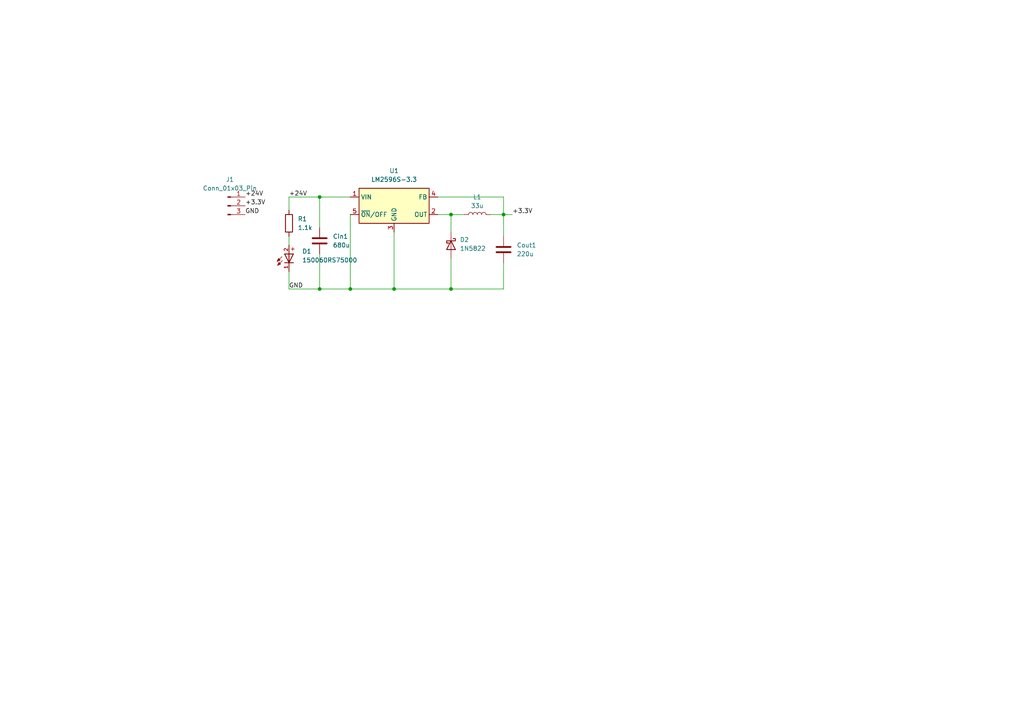
<source format=kicad_sch>
(kicad_sch
	(version 20231120)
	(generator "eeschema")
	(generator_version "8.0")
	(uuid "2243a93b-ac71-4c61-81ef-724fc120e948")
	(paper "A4")
	(lib_symbols
		(symbol "Connector:Conn_01x03_Pin"
			(pin_names
				(offset 1.016) hide)
			(exclude_from_sim no)
			(in_bom yes)
			(on_board yes)
			(property "Reference" "J"
				(at 0 5.08 0)
				(effects
					(font
						(size 1.27 1.27)
					)
				)
			)
			(property "Value" "Conn_01x03_Pin"
				(at 0 -5.08 0)
				(effects
					(font
						(size 1.27 1.27)
					)
				)
			)
			(property "Footprint" ""
				(at 0 0 0)
				(effects
					(font
						(size 1.27 1.27)
					)
					(hide yes)
				)
			)
			(property "Datasheet" "~"
				(at 0 0 0)
				(effects
					(font
						(size 1.27 1.27)
					)
					(hide yes)
				)
			)
			(property "Description" "Generic connector, single row, 01x03, script generated"
				(at 0 0 0)
				(effects
					(font
						(size 1.27 1.27)
					)
					(hide yes)
				)
			)
			(property "ki_locked" ""
				(at 0 0 0)
				(effects
					(font
						(size 1.27 1.27)
					)
				)
			)
			(property "ki_keywords" "connector"
				(at 0 0 0)
				(effects
					(font
						(size 1.27 1.27)
					)
					(hide yes)
				)
			)
			(property "ki_fp_filters" "Connector*:*_1x??_*"
				(at 0 0 0)
				(effects
					(font
						(size 1.27 1.27)
					)
					(hide yes)
				)
			)
			(symbol "Conn_01x03_Pin_1_1"
				(polyline
					(pts
						(xy 1.27 -2.54) (xy 0.8636 -2.54)
					)
					(stroke
						(width 0.1524)
						(type default)
					)
					(fill
						(type none)
					)
				)
				(polyline
					(pts
						(xy 1.27 0) (xy 0.8636 0)
					)
					(stroke
						(width 0.1524)
						(type default)
					)
					(fill
						(type none)
					)
				)
				(polyline
					(pts
						(xy 1.27 2.54) (xy 0.8636 2.54)
					)
					(stroke
						(width 0.1524)
						(type default)
					)
					(fill
						(type none)
					)
				)
				(rectangle
					(start 0.8636 -2.413)
					(end 0 -2.667)
					(stroke
						(width 0.1524)
						(type default)
					)
					(fill
						(type outline)
					)
				)
				(rectangle
					(start 0.8636 0.127)
					(end 0 -0.127)
					(stroke
						(width 0.1524)
						(type default)
					)
					(fill
						(type outline)
					)
				)
				(rectangle
					(start 0.8636 2.667)
					(end 0 2.413)
					(stroke
						(width 0.1524)
						(type default)
					)
					(fill
						(type outline)
					)
				)
				(pin passive line
					(at 5.08 2.54 180)
					(length 3.81)
					(name "Pin_1"
						(effects
							(font
								(size 1.27 1.27)
							)
						)
					)
					(number "1"
						(effects
							(font
								(size 1.27 1.27)
							)
						)
					)
				)
				(pin passive line
					(at 5.08 0 180)
					(length 3.81)
					(name "Pin_2"
						(effects
							(font
								(size 1.27 1.27)
							)
						)
					)
					(number "2"
						(effects
							(font
								(size 1.27 1.27)
							)
						)
					)
				)
				(pin passive line
					(at 5.08 -2.54 180)
					(length 3.81)
					(name "Pin_3"
						(effects
							(font
								(size 1.27 1.27)
							)
						)
					)
					(number "3"
						(effects
							(font
								(size 1.27 1.27)
							)
						)
					)
				)
			)
		)
		(symbol "Device:C"
			(pin_numbers hide)
			(pin_names
				(offset 0.254)
			)
			(exclude_from_sim no)
			(in_bom yes)
			(on_board yes)
			(property "Reference" "C"
				(at 0.635 2.54 0)
				(effects
					(font
						(size 1.27 1.27)
					)
					(justify left)
				)
			)
			(property "Value" "C"
				(at 0.635 -2.54 0)
				(effects
					(font
						(size 1.27 1.27)
					)
					(justify left)
				)
			)
			(property "Footprint" ""
				(at 0.9652 -3.81 0)
				(effects
					(font
						(size 1.27 1.27)
					)
					(hide yes)
				)
			)
			(property "Datasheet" "~"
				(at 0 0 0)
				(effects
					(font
						(size 1.27 1.27)
					)
					(hide yes)
				)
			)
			(property "Description" "Unpolarized capacitor"
				(at 0 0 0)
				(effects
					(font
						(size 1.27 1.27)
					)
					(hide yes)
				)
			)
			(property "ki_keywords" "cap capacitor"
				(at 0 0 0)
				(effects
					(font
						(size 1.27 1.27)
					)
					(hide yes)
				)
			)
			(property "ki_fp_filters" "C_*"
				(at 0 0 0)
				(effects
					(font
						(size 1.27 1.27)
					)
					(hide yes)
				)
			)
			(symbol "C_0_1"
				(polyline
					(pts
						(xy -2.032 -0.762) (xy 2.032 -0.762)
					)
					(stroke
						(width 0.508)
						(type default)
					)
					(fill
						(type none)
					)
				)
				(polyline
					(pts
						(xy -2.032 0.762) (xy 2.032 0.762)
					)
					(stroke
						(width 0.508)
						(type default)
					)
					(fill
						(type none)
					)
				)
			)
			(symbol "C_1_1"
				(pin passive line
					(at 0 3.81 270)
					(length 2.794)
					(name "~"
						(effects
							(font
								(size 1.27 1.27)
							)
						)
					)
					(number "1"
						(effects
							(font
								(size 1.27 1.27)
							)
						)
					)
				)
				(pin passive line
					(at 0 -3.81 90)
					(length 2.794)
					(name "~"
						(effects
							(font
								(size 1.27 1.27)
							)
						)
					)
					(number "2"
						(effects
							(font
								(size 1.27 1.27)
							)
						)
					)
				)
			)
		)
		(symbol "Device:L"
			(pin_numbers hide)
			(pin_names
				(offset 1.016) hide)
			(exclude_from_sim no)
			(in_bom yes)
			(on_board yes)
			(property "Reference" "L"
				(at -1.27 0 90)
				(effects
					(font
						(size 1.27 1.27)
					)
				)
			)
			(property "Value" "L"
				(at 1.905 0 90)
				(effects
					(font
						(size 1.27 1.27)
					)
				)
			)
			(property "Footprint" ""
				(at 0 0 0)
				(effects
					(font
						(size 1.27 1.27)
					)
					(hide yes)
				)
			)
			(property "Datasheet" "~"
				(at 0 0 0)
				(effects
					(font
						(size 1.27 1.27)
					)
					(hide yes)
				)
			)
			(property "Description" "Inductor"
				(at 0 0 0)
				(effects
					(font
						(size 1.27 1.27)
					)
					(hide yes)
				)
			)
			(property "ki_keywords" "inductor choke coil reactor magnetic"
				(at 0 0 0)
				(effects
					(font
						(size 1.27 1.27)
					)
					(hide yes)
				)
			)
			(property "ki_fp_filters" "Choke_* *Coil* Inductor_* L_*"
				(at 0 0 0)
				(effects
					(font
						(size 1.27 1.27)
					)
					(hide yes)
				)
			)
			(symbol "L_0_1"
				(arc
					(start 0 -2.54)
					(mid 0.6323 -1.905)
					(end 0 -1.27)
					(stroke
						(width 0)
						(type default)
					)
					(fill
						(type none)
					)
				)
				(arc
					(start 0 -1.27)
					(mid 0.6323 -0.635)
					(end 0 0)
					(stroke
						(width 0)
						(type default)
					)
					(fill
						(type none)
					)
				)
				(arc
					(start 0 0)
					(mid 0.6323 0.635)
					(end 0 1.27)
					(stroke
						(width 0)
						(type default)
					)
					(fill
						(type none)
					)
				)
				(arc
					(start 0 1.27)
					(mid 0.6323 1.905)
					(end 0 2.54)
					(stroke
						(width 0)
						(type default)
					)
					(fill
						(type none)
					)
				)
			)
			(symbol "L_1_1"
				(pin passive line
					(at 0 3.81 270)
					(length 1.27)
					(name "1"
						(effects
							(font
								(size 1.27 1.27)
							)
						)
					)
					(number "1"
						(effects
							(font
								(size 1.27 1.27)
							)
						)
					)
				)
				(pin passive line
					(at 0 -3.81 90)
					(length 1.27)
					(name "2"
						(effects
							(font
								(size 1.27 1.27)
							)
						)
					)
					(number "2"
						(effects
							(font
								(size 1.27 1.27)
							)
						)
					)
				)
			)
		)
		(symbol "Device:R"
			(pin_numbers hide)
			(pin_names
				(offset 0)
			)
			(exclude_from_sim no)
			(in_bom yes)
			(on_board yes)
			(property "Reference" "R"
				(at 2.032 0 90)
				(effects
					(font
						(size 1.27 1.27)
					)
				)
			)
			(property "Value" "R"
				(at 0 0 90)
				(effects
					(font
						(size 1.27 1.27)
					)
				)
			)
			(property "Footprint" ""
				(at -1.778 0 90)
				(effects
					(font
						(size 1.27 1.27)
					)
					(hide yes)
				)
			)
			(property "Datasheet" "~"
				(at 0 0 0)
				(effects
					(font
						(size 1.27 1.27)
					)
					(hide yes)
				)
			)
			(property "Description" "Resistor"
				(at 0 0 0)
				(effects
					(font
						(size 1.27 1.27)
					)
					(hide yes)
				)
			)
			(property "ki_keywords" "R res resistor"
				(at 0 0 0)
				(effects
					(font
						(size 1.27 1.27)
					)
					(hide yes)
				)
			)
			(property "ki_fp_filters" "R_*"
				(at 0 0 0)
				(effects
					(font
						(size 1.27 1.27)
					)
					(hide yes)
				)
			)
			(symbol "R_0_1"
				(rectangle
					(start -1.016 -2.54)
					(end 1.016 2.54)
					(stroke
						(width 0.254)
						(type default)
					)
					(fill
						(type none)
					)
				)
			)
			(symbol "R_1_1"
				(pin passive line
					(at 0 3.81 270)
					(length 1.27)
					(name "~"
						(effects
							(font
								(size 1.27 1.27)
							)
						)
					)
					(number "1"
						(effects
							(font
								(size 1.27 1.27)
							)
						)
					)
				)
				(pin passive line
					(at 0 -3.81 90)
					(length 1.27)
					(name "~"
						(effects
							(font
								(size 1.27 1.27)
							)
						)
					)
					(number "2"
						(effects
							(font
								(size 1.27 1.27)
							)
						)
					)
				)
			)
		)
		(symbol "Diode:1N5822"
			(pin_numbers hide)
			(pin_names
				(offset 1.016) hide)
			(exclude_from_sim no)
			(in_bom yes)
			(on_board yes)
			(property "Reference" "D"
				(at 0 2.54 0)
				(effects
					(font
						(size 1.27 1.27)
					)
				)
			)
			(property "Value" "1N5822"
				(at 0 -2.54 0)
				(effects
					(font
						(size 1.27 1.27)
					)
				)
			)
			(property "Footprint" "Diode_THT:D_DO-201AD_P15.24mm_Horizontal"
				(at 0 -4.445 0)
				(effects
					(font
						(size 1.27 1.27)
					)
					(hide yes)
				)
			)
			(property "Datasheet" "http://www.vishay.com/docs/88526/1n5820.pdf"
				(at 0 0 0)
				(effects
					(font
						(size 1.27 1.27)
					)
					(hide yes)
				)
			)
			(property "Description" "40V 3A Schottky Barrier Rectifier Diode, DO-201AD"
				(at 0 0 0)
				(effects
					(font
						(size 1.27 1.27)
					)
					(hide yes)
				)
			)
			(property "ki_keywords" "diode Schottky"
				(at 0 0 0)
				(effects
					(font
						(size 1.27 1.27)
					)
					(hide yes)
				)
			)
			(property "ki_fp_filters" "D*DO?201AD*"
				(at 0 0 0)
				(effects
					(font
						(size 1.27 1.27)
					)
					(hide yes)
				)
			)
			(symbol "1N5822_0_1"
				(polyline
					(pts
						(xy 1.27 0) (xy -1.27 0)
					)
					(stroke
						(width 0)
						(type default)
					)
					(fill
						(type none)
					)
				)
				(polyline
					(pts
						(xy 1.27 1.27) (xy 1.27 -1.27) (xy -1.27 0) (xy 1.27 1.27)
					)
					(stroke
						(width 0.254)
						(type default)
					)
					(fill
						(type none)
					)
				)
				(polyline
					(pts
						(xy -1.905 0.635) (xy -1.905 1.27) (xy -1.27 1.27) (xy -1.27 -1.27) (xy -0.635 -1.27) (xy -0.635 -0.635)
					)
					(stroke
						(width 0.254)
						(type default)
					)
					(fill
						(type none)
					)
				)
			)
			(symbol "1N5822_1_1"
				(pin passive line
					(at -3.81 0 0)
					(length 2.54)
					(name "K"
						(effects
							(font
								(size 1.27 1.27)
							)
						)
					)
					(number "1"
						(effects
							(font
								(size 1.27 1.27)
							)
						)
					)
				)
				(pin passive line
					(at 3.81 0 180)
					(length 2.54)
					(name "A"
						(effects
							(font
								(size 1.27 1.27)
							)
						)
					)
					(number "2"
						(effects
							(font
								(size 1.27 1.27)
							)
						)
					)
				)
			)
		)
		(symbol "Regulator_Switching:LM2596S-3.3"
			(exclude_from_sim no)
			(in_bom yes)
			(on_board yes)
			(property "Reference" "U"
				(at -10.16 6.35 0)
				(effects
					(font
						(size 1.27 1.27)
					)
					(justify left)
				)
			)
			(property "Value" "LM2596S-3.3"
				(at 0 6.35 0)
				(effects
					(font
						(size 1.27 1.27)
					)
					(justify left)
				)
			)
			(property "Footprint" "Package_TO_SOT_SMD:TO-263-5_TabPin3"
				(at 1.27 -6.35 0)
				(effects
					(font
						(size 1.27 1.27)
						(italic yes)
					)
					(justify left)
					(hide yes)
				)
			)
			(property "Datasheet" "http://www.ti.com/lit/ds/symlink/lm2596.pdf"
				(at 0 0 0)
				(effects
					(font
						(size 1.27 1.27)
					)
					(hide yes)
				)
			)
			(property "Description" "3.3V 3A Step-Down Voltage Regulator, TO-263"
				(at 0 0 0)
				(effects
					(font
						(size 1.27 1.27)
					)
					(hide yes)
				)
			)
			(property "ki_keywords" "Step-Down Voltage Regulator 3.3V 3A"
				(at 0 0 0)
				(effects
					(font
						(size 1.27 1.27)
					)
					(hide yes)
				)
			)
			(property "ki_fp_filters" "TO?263*"
				(at 0 0 0)
				(effects
					(font
						(size 1.27 1.27)
					)
					(hide yes)
				)
			)
			(symbol "LM2596S-3.3_0_1"
				(rectangle
					(start -10.16 5.08)
					(end 10.16 -5.08)
					(stroke
						(width 0.254)
						(type default)
					)
					(fill
						(type background)
					)
				)
			)
			(symbol "LM2596S-3.3_1_1"
				(pin power_in line
					(at -12.7 2.54 0)
					(length 2.54)
					(name "VIN"
						(effects
							(font
								(size 1.27 1.27)
							)
						)
					)
					(number "1"
						(effects
							(font
								(size 1.27 1.27)
							)
						)
					)
				)
				(pin output line
					(at 12.7 -2.54 180)
					(length 2.54)
					(name "OUT"
						(effects
							(font
								(size 1.27 1.27)
							)
						)
					)
					(number "2"
						(effects
							(font
								(size 1.27 1.27)
							)
						)
					)
				)
				(pin power_in line
					(at 0 -7.62 90)
					(length 2.54)
					(name "GND"
						(effects
							(font
								(size 1.27 1.27)
							)
						)
					)
					(number "3"
						(effects
							(font
								(size 1.27 1.27)
							)
						)
					)
				)
				(pin input line
					(at 12.7 2.54 180)
					(length 2.54)
					(name "FB"
						(effects
							(font
								(size 1.27 1.27)
							)
						)
					)
					(number "4"
						(effects
							(font
								(size 1.27 1.27)
							)
						)
					)
				)
				(pin input line
					(at -12.7 -2.54 0)
					(length 2.54)
					(name "~{ON}/OFF"
						(effects
							(font
								(size 1.27 1.27)
							)
						)
					)
					(number "5"
						(effects
							(font
								(size 1.27 1.27)
							)
						)
					)
				)
			)
		)
		(symbol "WL-SMCW_0603:WL-SMCW_0603"
			(pin_names
				(offset 1.016)
			)
			(exclude_from_sim no)
			(in_bom yes)
			(on_board yes)
			(property "Reference" "D"
				(at -1.988 3.972 0)
				(effects
					(font
						(size 1.27 1.27)
					)
					(justify left bottom)
				)
			)
			(property "Value" "WL-SMCW_0603"
				(at -2.628 -3.928 0)
				(effects
					(font
						(size 1.27 1.27)
					)
					(justify left bottom)
				)
			)
			(property "Footprint" "WL-SMCW_0603:WL-SMCW_0603"
				(at 0 0 0)
				(effects
					(font
						(size 1.27 1.27)
					)
					(justify bottom)
					(hide yes)
				)
			)
			(property "Datasheet" ""
				(at 0 0 0)
				(effects
					(font
						(size 1.27 1.27)
					)
					(hide yes)
				)
			)
			(property "Description" ""
				(at 0 0 0)
				(effects
					(font
						(size 1.27 1.27)
					)
					(hide yes)
				)
			)
			(symbol "WL-SMCW_0603_0_0"
				(polyline
					(pts
						(xy 0 -1.27) (xy 0 0)
					)
					(stroke
						(width 0.254)
						(type default)
					)
					(fill
						(type none)
					)
				)
				(polyline
					(pts
						(xy 0 0) (xy 0 1.27)
					)
					(stroke
						(width 0.254)
						(type default)
					)
					(fill
						(type none)
					)
				)
				(polyline
					(pts
						(xy 0 0) (xy 2.54 0)
					)
					(stroke
						(width 0.254)
						(type default)
					)
					(fill
						(type none)
					)
				)
				(polyline
					(pts
						(xy 0 0) (xy 2.54 1.27)
					)
					(stroke
						(width 0.254)
						(type default)
					)
					(fill
						(type none)
					)
				)
				(polyline
					(pts
						(xy 0.635 1.905) (xy -0.762 3.302)
					)
					(stroke
						(width 0.1524)
						(type default)
					)
					(fill
						(type none)
					)
				)
				(polyline
					(pts
						(xy 1.778 2.032) (xy 0.381 3.429)
					)
					(stroke
						(width 0.1524)
						(type default)
					)
					(fill
						(type none)
					)
				)
				(polyline
					(pts
						(xy 2.54 -1.27) (xy 0 0)
					)
					(stroke
						(width 0.254)
						(type default)
					)
					(fill
						(type none)
					)
				)
				(polyline
					(pts
						(xy 2.54 -1.27) (xy 2.54 0)
					)
					(stroke
						(width 0.254)
						(type default)
					)
					(fill
						(type none)
					)
				)
				(polyline
					(pts
						(xy 2.54 0) (xy 2.54 1.27)
					)
					(stroke
						(width 0.254)
						(type default)
					)
					(fill
						(type none)
					)
				)
				(polyline
					(pts
						(xy -0.762 3.302) (xy 0.127 2.921) (xy -0.381 2.413) (xy -0.762 3.302)
					)
					(stroke
						(width 0.1524)
						(type default)
					)
					(fill
						(type outline)
					)
				)
				(polyline
					(pts
						(xy 0.381 3.429) (xy 1.27 3.048) (xy 0.762 2.54) (xy 0.381 3.429)
					)
					(stroke
						(width 0.1524)
						(type default)
					)
					(fill
						(type outline)
					)
				)
				(text "+"
					(at 3.08 -1.74 0)
					(effects
						(font
							(size 1.27 1.27)
						)
						(justify left bottom)
					)
				)
				(pin passive line
					(at -2.54 0 0)
					(length 2.54)
					(name "~"
						(effects
							(font
								(size 1.016 1.016)
							)
						)
					)
					(number "1"
						(effects
							(font
								(size 1.016 1.016)
							)
						)
					)
				)
				(pin passive line
					(at 5.08 0 180)
					(length 2.54)
					(name "~"
						(effects
							(font
								(size 1.016 1.016)
							)
						)
					)
					(number "2"
						(effects
							(font
								(size 1.016 1.016)
							)
						)
					)
				)
			)
		)
	)
	(junction
		(at 130.81 62.23)
		(diameter 0)
		(color 0 0 0 0)
		(uuid "1d34d952-baca-42d7-8bf8-3ed6bc23c6bf")
	)
	(junction
		(at 101.6 83.82)
		(diameter 0)
		(color 0 0 0 0)
		(uuid "2470af6c-6773-423f-8736-0771a8b59e96")
	)
	(junction
		(at 130.81 83.82)
		(diameter 0)
		(color 0 0 0 0)
		(uuid "41243dff-9b43-49fa-988a-bdc7aa0a79b2")
	)
	(junction
		(at 92.71 57.15)
		(diameter 0)
		(color 0 0 0 0)
		(uuid "77f771c5-f722-4fab-9a79-4d58db07c573")
	)
	(junction
		(at 92.71 83.82)
		(diameter 0)
		(color 0 0 0 0)
		(uuid "9a43fa13-ceba-48d0-89a3-93ee137ae9cd")
	)
	(junction
		(at 114.3 83.82)
		(diameter 0)
		(color 0 0 0 0)
		(uuid "c844de3c-0205-42fa-a5a8-fa414a5bc1fe")
	)
	(junction
		(at 146.05 62.23)
		(diameter 0)
		(color 0 0 0 0)
		(uuid "ea6796a6-65b0-440a-bf62-695c2b1d2ab0")
	)
	(wire
		(pts
			(xy 114.3 83.82) (xy 130.81 83.82)
		)
		(stroke
			(width 0)
			(type default)
		)
		(uuid "04c2c10a-7b3f-4c36-a0b1-2ebacea7648e")
	)
	(wire
		(pts
			(xy 142.24 62.23) (xy 146.05 62.23)
		)
		(stroke
			(width 0)
			(type default)
		)
		(uuid "072f35a2-cda0-4679-a57f-5d1232bb6440")
	)
	(wire
		(pts
			(xy 114.3 67.31) (xy 114.3 83.82)
		)
		(stroke
			(width 0)
			(type default)
		)
		(uuid "1fcb57c8-20f7-454f-8762-97418c248113")
	)
	(wire
		(pts
			(xy 146.05 76.2) (xy 146.05 83.82)
		)
		(stroke
			(width 0)
			(type default)
		)
		(uuid "2aae9225-6bc2-4b36-a397-7f8bef4e436f")
	)
	(wire
		(pts
			(xy 130.81 83.82) (xy 146.05 83.82)
		)
		(stroke
			(width 0)
			(type default)
		)
		(uuid "2b0601d0-27b9-4cd0-90d7-e6a1e21c76e5")
	)
	(wire
		(pts
			(xy 83.82 68.58) (xy 83.82 71.12)
		)
		(stroke
			(width 0)
			(type default)
		)
		(uuid "44ef8527-4f98-49b4-99fe-39da76b45b39")
	)
	(wire
		(pts
			(xy 101.6 62.23) (xy 101.6 83.82)
		)
		(stroke
			(width 0)
			(type default)
		)
		(uuid "451a3c9f-5ab4-4a1c-bf4f-b92ea78ccc24")
	)
	(wire
		(pts
			(xy 92.71 57.15) (xy 101.6 57.15)
		)
		(stroke
			(width 0)
			(type default)
		)
		(uuid "4b5faa93-79a1-41ad-98b6-fdafcc53c6cc")
	)
	(wire
		(pts
			(xy 130.81 67.31) (xy 130.81 62.23)
		)
		(stroke
			(width 0)
			(type default)
		)
		(uuid "62980ba6-6af2-451f-80f4-4aec5748514f")
	)
	(wire
		(pts
			(xy 83.82 83.82) (xy 92.71 83.82)
		)
		(stroke
			(width 0)
			(type default)
		)
		(uuid "664e91c0-c805-441d-b354-ed1c491b9ab9")
	)
	(wire
		(pts
			(xy 92.71 73.66) (xy 92.71 83.82)
		)
		(stroke
			(width 0)
			(type default)
		)
		(uuid "668c104c-bebd-4b97-9bdd-ede96eba3169")
	)
	(wire
		(pts
			(xy 146.05 68.58) (xy 146.05 62.23)
		)
		(stroke
			(width 0)
			(type default)
		)
		(uuid "6f4dce08-1f90-4289-a613-d54827106e50")
	)
	(wire
		(pts
			(xy 83.82 57.15) (xy 92.71 57.15)
		)
		(stroke
			(width 0)
			(type default)
		)
		(uuid "932c9941-1790-49fa-be2e-56b43fe0828f")
	)
	(wire
		(pts
			(xy 127 62.23) (xy 130.81 62.23)
		)
		(stroke
			(width 0)
			(type default)
		)
		(uuid "9c73bcc0-2797-460c-a2ce-f29dc4f9f4c1")
	)
	(wire
		(pts
			(xy 146.05 62.23) (xy 148.59 62.23)
		)
		(stroke
			(width 0)
			(type default)
		)
		(uuid "a0eaccc0-c87f-4cf5-9b2d-faa4dbde68ea")
	)
	(wire
		(pts
			(xy 92.71 66.04) (xy 92.71 57.15)
		)
		(stroke
			(width 0)
			(type default)
		)
		(uuid "a1c389cd-c132-4529-ae09-33cf83e0722e")
	)
	(wire
		(pts
			(xy 83.82 78.74) (xy 83.82 83.82)
		)
		(stroke
			(width 0)
			(type default)
		)
		(uuid "a72726f3-938e-4096-ba26-78a0984d4d04")
	)
	(wire
		(pts
			(xy 101.6 83.82) (xy 114.3 83.82)
		)
		(stroke
			(width 0)
			(type default)
		)
		(uuid "b245f8b4-824c-49df-bf31-f63fc1071fdd")
	)
	(wire
		(pts
			(xy 146.05 57.15) (xy 146.05 62.23)
		)
		(stroke
			(width 0)
			(type default)
		)
		(uuid "b52a3bed-1b10-43e9-965f-09e7d739bd56")
	)
	(wire
		(pts
			(xy 92.71 83.82) (xy 101.6 83.82)
		)
		(stroke
			(width 0)
			(type default)
		)
		(uuid "bb050393-09a0-4f4d-8761-dc4267f6c7e9")
	)
	(wire
		(pts
			(xy 130.81 62.23) (xy 134.62 62.23)
		)
		(stroke
			(width 0)
			(type default)
		)
		(uuid "c5c1acda-3a70-4036-b6c8-016e1a3a5add")
	)
	(wire
		(pts
			(xy 130.81 74.93) (xy 130.81 83.82)
		)
		(stroke
			(width 0)
			(type default)
		)
		(uuid "e7aacbe0-313c-426a-a152-4470983582c3")
	)
	(wire
		(pts
			(xy 83.82 57.15) (xy 83.82 60.96)
		)
		(stroke
			(width 0)
			(type default)
		)
		(uuid "f0ca5e95-1027-4173-be3d-0f63611f050d")
	)
	(wire
		(pts
			(xy 127 57.15) (xy 146.05 57.15)
		)
		(stroke
			(width 0)
			(type default)
		)
		(uuid "fadb0266-3785-49a7-9ab0-544d7987ed9e")
	)
	(label "GND"
		(at 71.12 62.23 0)
		(fields_autoplaced yes)
		(effects
			(font
				(size 1.27 1.27)
			)
			(justify left bottom)
		)
		(uuid "0614d118-e774-477b-a0ae-e9c6ed5a0eba")
	)
	(label "+24V"
		(at 83.82 57.15 0)
		(fields_autoplaced yes)
		(effects
			(font
				(size 1.27 1.27)
			)
			(justify left bottom)
		)
		(uuid "1c36b711-b5c0-494a-9621-b1a24027b0dd")
	)
	(label "+3.3V"
		(at 71.12 59.69 0)
		(fields_autoplaced yes)
		(effects
			(font
				(size 1.27 1.27)
			)
			(justify left bottom)
		)
		(uuid "66c30f3a-9af9-482e-b122-679e23d7122b")
	)
	(label "+24V"
		(at 71.12 57.15 0)
		(fields_autoplaced yes)
		(effects
			(font
				(size 1.27 1.27)
			)
			(justify left bottom)
		)
		(uuid "754afda9-10b1-475c-94a6-b4a5ea214e0c")
	)
	(label "+3.3V"
		(at 148.59 62.23 0)
		(fields_autoplaced yes)
		(effects
			(font
				(size 1.27 1.27)
			)
			(justify left bottom)
		)
		(uuid "cce50f31-ffb5-4b3d-8b23-8bd39c23fddd")
	)
	(label "GND"
		(at 83.82 83.82 0)
		(fields_autoplaced yes)
		(effects
			(font
				(size 1.27 1.27)
			)
			(justify left bottom)
		)
		(uuid "da6c5407-50e7-4db2-84b0-1d50ddc94572")
	)
	(symbol
		(lib_id "Device:C")
		(at 146.05 72.39 0)
		(unit 1)
		(exclude_from_sim no)
		(in_bom yes)
		(on_board yes)
		(dnp no)
		(fields_autoplaced yes)
		(uuid "07750f26-eb30-4f88-8af8-f3a78a64a134")
		(property "Reference" "Cout1"
			(at 149.86 71.1199 0)
			(effects
				(font
					(size 1.27 1.27)
				)
				(justify left)
			)
		)
		(property "Value" "220u"
			(at 149.86 73.6599 0)
			(effects
				(font
					(size 1.27 1.27)
				)
				(justify left)
			)
		)
		(property "Footprint" "footprints:CAP_YX_6P3X11_RUB"
			(at 147.0152 76.2 0)
			(effects
				(font
					(size 1.27 1.27)
				)
				(hide yes)
			)
		)
		(property "Datasheet" "https://www.rubycon.co.jp/wp-content/uploads/catalog-aluminum/YXJ.pdf"
			(at 146.05 72.39 0)
			(effects
				(font
					(size 1.27 1.27)
				)
				(hide yes)
			)
		)
		(property "Description" "Unpolarized capacitor"
			(at 146.05 72.39 0)
			(effects
				(font
					(size 1.27 1.27)
				)
				(hide yes)
			)
		)
		(pin "1"
			(uuid "f642189f-d213-4cb9-b066-23fdd9c20235")
		)
		(pin "2"
			(uuid "2f132b97-539b-4305-b284-e982b3d9d38f")
		)
		(instances
			(project "Buck3.3"
				(path "/2243a93b-ac71-4c61-81ef-724fc120e948"
					(reference "Cout1")
					(unit 1)
				)
			)
		)
	)
	(symbol
		(lib_id "Device:C")
		(at 92.71 69.85 0)
		(unit 1)
		(exclude_from_sim no)
		(in_bom yes)
		(on_board yes)
		(dnp no)
		(fields_autoplaced yes)
		(uuid "2b7bf680-ee14-4042-815b-5f9e0557eb6b")
		(property "Reference" "Cin1"
			(at 96.52 68.5799 0)
			(effects
				(font
					(size 1.27 1.27)
				)
				(justify left)
			)
		)
		(property "Value" "680u"
			(at 96.52 71.1199 0)
			(effects
				(font
					(size 1.27 1.27)
				)
				(justify left)
			)
		)
		(property "Footprint" "KiCad:CAPAE660X800N"
			(at 93.6752 73.66 0)
			(effects
				(font
					(size 1.27 1.27)
				)
				(hide yes)
			)
		)
		(property "Datasheet" "https://mm.digikey.com/Volume0/opasdata/d220001/medias/docus/935/MZR_Series_DS.pdf"
			(at 92.71 69.85 0)
			(effects
				(font
					(size 1.27 1.27)
				)
				(hide yes)
			)
		)
		(property "Description" "Unpolarized capacitor"
			(at 92.71 69.85 0)
			(effects
				(font
					(size 1.27 1.27)
				)
				(hide yes)
			)
		)
		(pin "2"
			(uuid "ff3400d6-df7e-4fce-a8a3-a7ce0fa3288b")
		)
		(pin "1"
			(uuid "b3c2e7fb-0bb4-46c8-8a23-d89b4ca2427f")
		)
		(instances
			(project "Buck3.3"
				(path "/2243a93b-ac71-4c61-81ef-724fc120e948"
					(reference "Cin1")
					(unit 1)
				)
			)
		)
	)
	(symbol
		(lib_id "Device:R")
		(at 83.82 64.77 0)
		(unit 1)
		(exclude_from_sim no)
		(in_bom yes)
		(on_board yes)
		(dnp no)
		(fields_autoplaced yes)
		(uuid "2efa271d-325d-4fc1-84ac-c6734acb9518")
		(property "Reference" "R1"
			(at 86.36 63.4999 0)
			(effects
				(font
					(size 1.27 1.27)
				)
				(justify left)
			)
		)
		(property "Value" "1.1k"
			(at 86.36 66.0399 0)
			(effects
				(font
					(size 1.27 1.27)
				)
				(justify left)
			)
		)
		(property "Footprint" "RMCF0805JT1K10:RESC2012X65N"
			(at 82.042 64.77 90)
			(effects
				(font
					(size 1.27 1.27)
				)
				(hide yes)
			)
		)
		(property "Datasheet" "https://www.seielect.com/catalog/sei-rmcf_rmcp.pdf"
			(at 83.82 64.77 0)
			(effects
				(font
					(size 1.27 1.27)
				)
				(hide yes)
			)
		)
		(property "Description" "Resistor"
			(at 83.82 64.77 0)
			(effects
				(font
					(size 1.27 1.27)
				)
				(hide yes)
			)
		)
		(pin "1"
			(uuid "c1c197d2-050c-4142-a1b5-aa23ed6ff4fd")
		)
		(pin "2"
			(uuid "577f63ee-4f4e-44a6-8972-612c56771e3d")
		)
		(instances
			(project "Buck3.3"
				(path "/2243a93b-ac71-4c61-81ef-724fc120e948"
					(reference "R1")
					(unit 1)
				)
			)
		)
	)
	(symbol
		(lib_id "Device:L")
		(at 138.43 62.23 90)
		(unit 1)
		(exclude_from_sim no)
		(in_bom yes)
		(on_board yes)
		(dnp no)
		(fields_autoplaced yes)
		(uuid "40c2a41c-6a99-49a8-a118-16c07543f260")
		(property "Reference" "L1"
			(at 138.43 57.15 90)
			(effects
				(font
					(size 1.27 1.27)
				)
			)
		)
		(property "Value" "33u"
			(at 138.43 59.69 90)
			(effects
				(font
					(size 1.27 1.27)
				)
			)
		)
		(property "Footprint" "NLCV32T_330K_EF:INDM3225X240N"
			(at 138.43 62.23 0)
			(effects
				(font
					(size 1.27 1.27)
				)
				(hide yes)
			)
		)
		(property "Datasheet" "https://product.tdk.com/en/system/files?file=dam/doc/product/inductor/inductor/smd/catalog/inductor_commercial_decoupling_nlcv32-ef_en.pdf"
			(at 138.43 62.23 0)
			(effects
				(font
					(size 1.27 1.27)
				)
				(hide yes)
			)
		)
		(property "Description" "Inductor"
			(at 138.43 62.23 0)
			(effects
				(font
					(size 1.27 1.27)
				)
				(hide yes)
			)
		)
		(pin "1"
			(uuid "970d12e7-4dc3-47ec-aab1-2ec2b6462abf")
		)
		(pin "2"
			(uuid "ffd0cefb-6068-44ec-84d2-eb962dcc8ff0")
		)
		(instances
			(project "Buck3.3"
				(path "/2243a93b-ac71-4c61-81ef-724fc120e948"
					(reference "L1")
					(unit 1)
				)
			)
		)
	)
	(symbol
		(lib_id "Regulator_Switching:LM2596S-3.3")
		(at 114.3 59.69 0)
		(unit 1)
		(exclude_from_sim no)
		(in_bom yes)
		(on_board yes)
		(dnp no)
		(fields_autoplaced yes)
		(uuid "6791c012-aaa9-418e-b866-fbef17c0385d")
		(property "Reference" "U1"
			(at 114.3 49.53 0)
			(effects
				(font
					(size 1.27 1.27)
				)
			)
		)
		(property "Value" "LM2596S-3.3"
			(at 114.3 52.07 0)
			(effects
				(font
					(size 1.27 1.27)
				)
			)
		)
		(property "Footprint" "Package_TO_SOT_SMD:TO-263-5_TabPin3"
			(at 115.57 66.04 0)
			(effects
				(font
					(size 1.27 1.27)
					(italic yes)
				)
				(justify left)
				(hide yes)
			)
		)
		(property "Datasheet" "http://www.ti.com/lit/ds/symlink/lm2596.pdf"
			(at 114.3 59.69 0)
			(effects
				(font
					(size 1.27 1.27)
				)
				(hide yes)
			)
		)
		(property "Description" "3.3V 3A Step-Down Voltage Regulator, TO-263"
			(at 114.3 59.69 0)
			(effects
				(font
					(size 1.27 1.27)
				)
				(hide yes)
			)
		)
		(pin "2"
			(uuid "86cf8997-b927-43cc-8b65-458215a13997")
		)
		(pin "1"
			(uuid "f72d43aa-9707-454c-b038-f2441b1bf1aa")
		)
		(pin "3"
			(uuid "161bb02f-b526-4705-bc50-626572a7016c")
		)
		(pin "5"
			(uuid "fd7aa5ba-d910-4539-9b2f-5d8b3ea06be2")
		)
		(pin "4"
			(uuid "1cec70cd-bee5-490f-8aed-0d4f92668985")
		)
		(instances
			(project ""
				(path "/2243a93b-ac71-4c61-81ef-724fc120e948"
					(reference "U1")
					(unit 1)
				)
			)
		)
	)
	(symbol
		(lib_id "Connector:Conn_01x03_Pin")
		(at 66.04 59.69 0)
		(unit 1)
		(exclude_from_sim no)
		(in_bom yes)
		(on_board yes)
		(dnp no)
		(fields_autoplaced yes)
		(uuid "98703049-5b92-40c3-8820-cc2c35fde635")
		(property "Reference" "J1"
			(at 66.675 52.07 0)
			(effects
				(font
					(size 1.27 1.27)
				)
			)
		)
		(property "Value" "Conn_01x03_Pin"
			(at 66.675 54.61 0)
			(effects
				(font
					(size 1.27 1.27)
				)
			)
		)
		(property "Footprint" "B3B_XH_A:JST_B3B-XH-A"
			(at 66.04 59.69 0)
			(effects
				(font
					(size 1.27 1.27)
				)
				(hide yes)
			)
		)
		(property "Datasheet" "https://www.jst-mfg.com/product/pdf/eng/eXH.pdf"
			(at 66.04 59.69 0)
			(effects
				(font
					(size 1.27 1.27)
				)
				(hide yes)
			)
		)
		(property "Description" "Generic connector, single row, 01x03, script generated"
			(at 66.04 59.69 0)
			(effects
				(font
					(size 1.27 1.27)
				)
				(hide yes)
			)
		)
		(pin "3"
			(uuid "a42eebf4-a355-4f39-b50d-4cac9e515c74")
		)
		(pin "2"
			(uuid "dc429b21-1051-407c-aa3f-5ed1d9de362d")
		)
		(pin "1"
			(uuid "8aac4010-6792-4359-b07e-c75d3b4ad072")
		)
		(instances
			(project "Buck3.3"
				(path "/2243a93b-ac71-4c61-81ef-724fc120e948"
					(reference "J1")
					(unit 1)
				)
			)
		)
	)
	(symbol
		(lib_id "WL-SMCW_0603:WL-SMCW_0603")
		(at 83.82 76.2 90)
		(unit 1)
		(exclude_from_sim no)
		(in_bom yes)
		(on_board yes)
		(dnp no)
		(fields_autoplaced yes)
		(uuid "b11d3288-0aab-4690-8525-11d93edddc36")
		(property "Reference" "D1"
			(at 87.63 72.9116 90)
			(effects
				(font
					(size 1.27 1.27)
				)
				(justify right)
			)
		)
		(property "Value" "150060RS75000"
			(at 87.63 75.4516 90)
			(effects
				(font
					(size 1.27 1.27)
				)
				(justify right)
			)
		)
		(property "Footprint" "WL-SMCW_0603:WL-SMCW_0603"
			(at 83.82 76.2 0)
			(effects
				(font
					(size 1.27 1.27)
				)
				(justify bottom)
				(hide yes)
			)
		)
		(property "Datasheet" "https://www.we-online.com/components/products/datasheet/150060RS75000.pdf"
			(at 83.82 76.2 0)
			(effects
				(font
					(size 1.27 1.27)
				)
				(hide yes)
			)
		)
		(property "Description" "Light emitting diode"
			(at 83.82 76.2 0)
			(effects
				(font
					(size 1.27 1.27)
				)
				(hide yes)
			)
		)
		(pin "2"
			(uuid "c552d6d9-ddd2-4aac-b6ad-f81c27ea9881")
		)
		(pin "1"
			(uuid "3e458dea-e8ac-44be-9549-da9c6790efe4")
		)
		(instances
			(project "Buck3.3"
				(path "/2243a93b-ac71-4c61-81ef-724fc120e948"
					(reference "D1")
					(unit 1)
				)
			)
		)
	)
	(symbol
		(lib_id "Diode:1N5822")
		(at 130.81 71.12 270)
		(unit 1)
		(exclude_from_sim no)
		(in_bom yes)
		(on_board yes)
		(dnp no)
		(fields_autoplaced yes)
		(uuid "eda1af5b-f17e-4e0f-ae17-e36746600a58")
		(property "Reference" "D2"
			(at 133.35 69.5324 90)
			(effects
				(font
					(size 1.27 1.27)
				)
				(justify left)
			)
		)
		(property "Value" "1N5822"
			(at 133.35 72.0724 90)
			(effects
				(font
					(size 1.27 1.27)
				)
				(justify left)
			)
		)
		(property "Footprint" "Diode_THT:D_DO-201AD_P15.24mm_Horizontal"
			(at 126.365 71.12 0)
			(effects
				(font
					(size 1.27 1.27)
				)
				(hide yes)
			)
		)
		(property "Datasheet" "http://www.vishay.com/docs/88526/1n5820.pdf"
			(at 130.81 71.12 0)
			(effects
				(font
					(size 1.27 1.27)
				)
				(hide yes)
			)
		)
		(property "Description" "40V 3A Schottky Barrier Rectifier Diode, DO-201AD"
			(at 130.81 71.12 0)
			(effects
				(font
					(size 1.27 1.27)
				)
				(hide yes)
			)
		)
		(pin "2"
			(uuid "ea1c20ba-9ea2-4782-9e42-0e30d2d030c8")
		)
		(pin "1"
			(uuid "abbc7463-47cb-4f4b-9ab3-3eae561b133a")
		)
		(instances
			(project "Buck3.3"
				(path "/2243a93b-ac71-4c61-81ef-724fc120e948"
					(reference "D2")
					(unit 1)
				)
			)
		)
	)
	(sheet_instances
		(path "/"
			(page "1")
		)
	)
)

</source>
